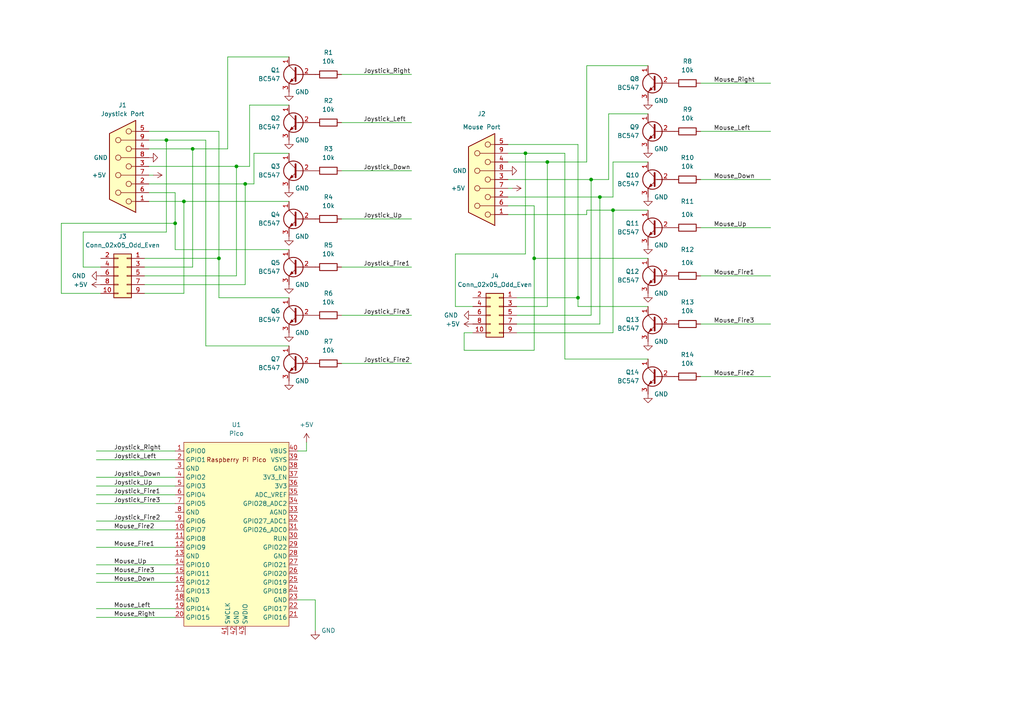
<source format=kicad_sch>
(kicad_sch (version 20230121) (generator eeschema)
  (paper "A4")
  (lib_symbols
    (symbol "Connector:DE9_Receptacle" (pin_names (offset 1.016) hide)
      (property "Reference" "J" (at 0 13.97 0))
      (property "Value" "DE9_Receptacle" (at 0 -14.605 0))
      (symbol "DE9_Receptacle_0_1"
        (circle (center -1.778 -10.16) (radius 0.762))
        (circle (center -1.778 -5.08) (radius 0.762))
        (circle (center -1.778 0) (radius 0.762))
        (circle (center -1.778 5.08) (radius 0.762))
        (circle (center -1.778 10.16) (radius 0.762))
        (polyline (pts (xy -3.81 -10.16) (xy -2.54 -10.16)))
        (polyline (pts (xy -3.81 -7.62) (xy 0.508 -7.62)))
        (polyline (pts (xy -3.81 -5.08) (xy -2.54 -5.08)))
        (polyline (pts (xy -3.81 -2.54) (xy 0.508 -2.54)))
        (polyline (pts (xy -3.81 0) (xy -2.54 0)))
        (polyline (pts (xy -3.81 2.54) (xy 0.508 2.54)))
        (polyline (pts (xy -3.81 5.08) (xy -2.54 5.08)))
        (polyline (pts (xy -3.81 7.62) (xy 0.508 7.62)))
        (polyline (pts (xy -3.81 10.16) (xy -2.54 10.16)))
        (polyline (pts (xy -3.81 13.335) (xy -3.81 -13.335) (xy 3.81 -9.525) (xy 3.81 9.525) (xy -3.81 13.335)) (stroke (width 0.254)) (fill (type background)))
        (circle (center 1.27 -7.62) (radius 0.762))
        (circle (center 1.27 -2.54) (radius 0.762))
        (circle (center 1.27 2.54) (radius 0.762))
        (circle (center 1.27 7.62) (radius 0.762))
      )
      (symbol "DE9_Receptacle_1_1"
        (pin passive line (at -7.62 10.16 0) (length 3.81) (name "1") (number "1"))
        (pin passive line (at -7.62 5.08 0) (length 3.81) (name "2") (number "2"))
        (pin passive line (at -7.62 0 0) (length 3.81) (name "3") (number "3"))
        (pin passive line (at -7.62 -5.08 0) (length 3.81) (name "4") (number "4"))
        (pin passive line (at -7.62 -10.16 0) (length 3.81) (name "5") (number "5"))
        (pin passive line (at -7.62 7.62 0) (length 3.81) (name "6") (number "6"))
        (pin passive line (at -7.62 2.54 0) (length 3.81) (name "7") (number "7"))
        (pin passive line (at -7.62 -2.54 0) (length 3.81) (name "8") (number "8"))
        (pin passive line (at -7.62 -7.62 0) (length 3.81) (name "9") (number "9"))
      )
    )
    (symbol "Connector_Generic:Conn_02x05_Odd_Even" (pin_names (offset 1.016) hide)
      (property "Reference" "J" (at 1.27 7.62 0))
      (property "Value" "Conn_02x05_Odd_Even" (at 1.27 -7.62 0))
      (symbol "Conn_02x05_Odd_Even_1_1"
        (rectangle (start -1.27 -4.953) (end 0 -5.207) (stroke (width 0.1524)))
        (rectangle (start -1.27 -2.413) (end 0 -2.667) (stroke (width 0.1524)))
        (rectangle (start -1.27 0.127) (end 0 -0.127) (stroke (width 0.1524)))
        (rectangle (start -1.27 2.667) (end 0 2.413) (stroke (width 0.1524)))
        (rectangle (start -1.27 5.207) (end 0 4.953) (stroke (width 0.1524)))
        (rectangle (start -1.27 6.35) (end 3.81 -6.35) (stroke (width 0.254)) (fill (type background)))
        (rectangle (start 3.81 -4.953) (end 2.54 -5.207) (stroke (width 0.1524)))
        (rectangle (start 3.81 -2.413) (end 2.54 -2.667) (stroke (width 0.1524)))
        (rectangle (start 3.81 0.127) (end 2.54 -0.127) (stroke (width 0.1524)))
        (rectangle (start 3.81 2.667) (end 2.54 2.413) (stroke (width 0.1524)))
        (rectangle (start 3.81 5.207) (end 2.54 4.953) (stroke (width 0.1524)))
        (pin passive line (at -5.08 5.08 0) (length 3.81) (name "Pin_1") (number "1"))
        (pin passive line (at 7.62 -5.08 180) (length 3.81) (name "Pin_10") (number "10"))
        (pin passive line (at 7.62 5.08 180) (length 3.81) (name "Pin_2") (number "2"))
        (pin passive line (at -5.08 2.54 0) (length 3.81) (name "Pin_3") (number "3"))
        (pin passive line (at 7.62 2.54 180) (length 3.81) (name "Pin_4") (number "4"))
        (pin passive line (at -5.08 0 0) (length 3.81) (name "Pin_5") (number "5"))
        (pin passive line (at 7.62 0 180) (length 3.81) (name "Pin_6") (number "6"))
        (pin passive line (at -5.08 -2.54 0) (length 3.81) (name "Pin_7") (number "7"))
        (pin passive line (at 7.62 -2.54 180) (length 3.81) (name "Pin_8") (number "8"))
        (pin passive line (at -5.08 -5.08 0) (length 3.81) (name "Pin_9") (number "9"))
      )
    )
    (symbol "Device:R" (pin_numbers hide) (pin_names (offset 0))
      (property "Reference" "R" (at 2.032 0 90))
      (property "Value" "R" (at 0 0 90))
      (symbol "R_0_1"
        (rectangle (start -1.016 -2.54) (end 1.016 2.54) (stroke (width 0.254)))
      )
      (symbol "R_1_1"
        (pin passive line (at 0 3.81 270) (length 1.27) (name "~") (number "1"))
        (pin passive line (at 0 -3.81 90) (length 1.27) (name "~") (number "2"))
      )
    )
    (symbol "MCU_RaspberryPi_and_Boards:Pico"
      (property "Reference" "U" (at -13.97 27.94 0))
      (property "Value" "Pico" (at 0 19.05 0))
      (symbol "Pico_0_0"
        (text "Raspberry Pi Pico" (at 0 21.59 0) (effects (font (size 1.27 1.27))))
      )
      (symbol "Pico_0_1"
        (rectangle (start -15.24 26.67) (end 15.24 -26.67) (fill (type background)))
      )
      (symbol "Pico_1_1"
        (pin bidirectional line (at -17.78 24.13 0) (length 2.54) (name "GPIO0") (number "1"))
        (pin bidirectional line (at -17.78 1.27 0) (length 2.54) (name "GPIO7") (number "10"))
        (pin bidirectional line (at -17.78 -1.27 0) (length 2.54) (name "GPIO8") (number "11"))
        (pin bidirectional line (at -17.78 -3.81 0) (length 2.54) (name "GPIO9") (number "12"))
        (pin power_in line (at -17.78 -6.35 0) (length 2.54) (name "GND") (number "13"))
        (pin bidirectional line (at -17.78 -8.89 0) (length 2.54) (name "GPIO10") (number "14"))
        (pin bidirectional line (at -17.78 -11.43 0) (length 2.54) (name "GPIO11") (number "15"))
        (pin bidirectional line (at -17.78 -13.97 0) (length 2.54) (name "GPIO12") (number "16"))
        (pin bidirectional line (at -17.78 -16.51 0) (length 2.54) (name "GPIO13") (number "17"))
        (pin power_in line (at -17.78 -19.05 0) (length 2.54) (name "GND") (number "18"))
        (pin bidirectional line (at -17.78 -21.59 0) (length 2.54) (name "GPIO14") (number "19"))
        (pin bidirectional line (at -17.78 21.59 0) (length 2.54) (name "GPIO1") (number "2"))
        (pin bidirectional line (at -17.78 -24.13 0) (length 2.54) (name "GPIO15") (number "20"))
        (pin bidirectional line (at 17.78 -24.13 180) (length 2.54) (name "GPIO16") (number "21"))
        (pin bidirectional line (at 17.78 -21.59 180) (length 2.54) (name "GPIO17") (number "22"))
        (pin power_in line (at 17.78 -19.05 180) (length 2.54) (name "GND") (number "23"))
        (pin bidirectional line (at 17.78 -16.51 180) (length 2.54) (name "GPIO18") (number "24"))
        (pin bidirectional line (at 17.78 -13.97 180) (length 2.54) (name "GPIO19") (number "25"))
        (pin bidirectional line (at 17.78 -11.43 180) (length 2.54) (name "GPIO20") (number "26"))
        (pin bidirectional line (at 17.78 -8.89 180) (length 2.54) (name "GPIO21") (number "27"))
        (pin power_in line (at 17.78 -6.35 180) (length 2.54) (name "GND") (number "28"))
        (pin bidirectional line (at 17.78 -3.81 180) (length 2.54) (name "GPIO22") (number "29"))
        (pin power_in line (at -17.78 19.05 0) (length 2.54) (name "GND") (number "3"))
        (pin input line (at 17.78 -1.27 180) (length 2.54) (name "RUN") (number "30"))
        (pin bidirectional line (at 17.78 1.27 180) (length 2.54) (name "GPIO26_ADC0") (number "31"))
        (pin bidirectional line (at 17.78 3.81 180) (length 2.54) (name "GPIO27_ADC1") (number "32"))
        (pin power_in line (at 17.78 6.35 180) (length 2.54) (name "AGND") (number "33"))
        (pin bidirectional line (at 17.78 8.89 180) (length 2.54) (name "GPIO28_ADC2") (number "34"))
        (pin power_in line (at 17.78 11.43 180) (length 2.54) (name "ADC_VREF") (number "35"))
        (pin power_in line (at 17.78 13.97 180) (length 2.54) (name "3V3") (number "36"))
        (pin input line (at 17.78 16.51 180) (length 2.54) (name "3V3_EN") (number "37"))
        (pin bidirectional line (at 17.78 19.05 180) (length 2.54) (name "GND") (number "38"))
        (pin power_in line (at 17.78 21.59 180) (length 2.54) (name "VSYS") (number "39"))
        (pin bidirectional line (at -17.78 16.51 0) (length 2.54) (name "GPIO2") (number "4"))
        (pin power_in line (at 17.78 24.13 180) (length 2.54) (name "VBUS") (number "40"))
        (pin input line (at -2.54 -29.21 90) (length 2.54) (name "SWCLK") (number "41"))
        (pin power_in line (at 0 -29.21 90) (length 2.54) (name "GND") (number "42"))
        (pin bidirectional line (at 2.54 -29.21 90) (length 2.54) (name "SWDIO") (number "43"))
        (pin bidirectional line (at -17.78 13.97 0) (length 2.54) (name "GPIO3") (number "5"))
        (pin bidirectional line (at -17.78 11.43 0) (length 2.54) (name "GPIO4") (number "6"))
        (pin bidirectional line (at -17.78 8.89 0) (length 2.54) (name "GPIO5") (number "7"))
        (pin power_in line (at -17.78 6.35 0) (length 2.54) (name "GND") (number "8"))
        (pin bidirectional line (at -17.78 3.81 0) (length 2.54) (name "GPIO6") (number "9"))
      )
    )
    (symbol "Transistor_BJT:BC547" (pin_names (offset 0) hide)
      (property "Reference" "Q" (at 5.08 1.905 0))
      (property "Value" "BC547" (at 5.08 0 0))
      (symbol "BC547_0_1"
        (polyline (pts (xy 0 0) (xy 0.635 0)))
        (polyline (pts (xy 0.635 0.635) (xy 2.54 2.54)))
        (polyline (pts (xy 0.635 -0.635) (xy 2.54 -2.54) (xy 2.54 -2.54)))
        (polyline (pts (xy 0.635 1.905) (xy 0.635 -1.905) (xy 0.635 -1.905)) (stroke (width 0.508)))
        (polyline (pts (xy 1.27 -1.778) (xy 1.778 -1.27) (xy 2.286 -2.286) (xy 1.27 -1.778) (xy 1.27 -1.778)) (fill (type outline)))
        (circle (center 1.27 0) (radius 2.8194) (stroke (width 0.254)))
      )
      (symbol "BC547_1_1"
        (pin passive line (at 2.54 5.08 270) (length 2.54) (name "C") (number "1"))
        (pin input line (at -5.08 0 0) (length 5.08) (name "B") (number "2"))
        (pin passive line (at 2.54 -5.08 90) (length 2.54) (name "E") (number "3"))
      )
    )
    (symbol "power:+5V" (power) (pin_names (offset 0))
      (property "Value" "+5V" (at 0 3.556 0))
      (symbol "+5V_0_1"
        (polyline (pts (xy -0.762 1.27) (xy 0 2.54)))
        (polyline (pts (xy 0 0) (xy 0 2.54)))
        (polyline (pts (xy 0 2.54) (xy 0.762 1.27)))
      )
      (symbol "+5V_1_1"
        (pin power_in line (at 0 0 90) (length 0) hide (name "+5V") (number "1"))
      )
    )
    (symbol "power:GND" (power) (pin_names (offset 0))
      (property "Value" "GND" (at 0 -3.81 0))
      (symbol "GND_0_1"
        (polyline (pts (xy 0 0) (xy 0 -1.27) (xy 1.27 -1.27) (xy 0 -2.54) (xy -1.27 -1.27) (xy 0 -1.27)))
      )
      (symbol "GND_1_1"
        (pin power_in line (at 0 0 270) (length 0) hide (name "GND") (number "1"))
      )
    )
  )
  (junction (at 48.26 40.64))
  (junction (at 152.4 44.45))
  (junction (at 63.5 74.93))
  (junction (at 171.45 52.07))
  (junction (at 158.75 46.99))
  (junction (at 55.88 43.18))
  (junction (at 177.8 60.96))
  (junction (at 71.12 53.34))
  (junction (at 154.94 74.93))
  (junction (at 68.58 48.26))
  (junction (at 53.34 58.42))
  (junction (at 173.99 57.15))
  (junction (at 50.8 64.77))
  (junction (at 167.64 86.36))
  (wire (pts (xy 27.94 166.37) (xy 50.8 166.37)))
  (wire (pts (xy 29.21 77.47) (xy 24.13 77.47)))
  (wire (pts (xy 41.91 74.93) (xy 63.5 74.93)))
  (wire (pts (xy 158.75 46.99) (xy 170.18 46.99)))
  (wire (pts (xy 173.99 93.98) (xy 173.99 57.15)))
  (wire (pts (xy 154.94 74.93) (xy 154.94 59.69)))
  (wire (pts (xy 71.12 53.34) (xy 73.66 53.34)))
  (wire (pts (xy 86.36 173.99) (xy 91.44 173.99)))
  (wire (pts (xy 43.18 58.42) (xy 53.34 58.42)))
  (wire (pts (xy 149.86 88.9) (xy 158.75 88.9)))
  (wire (pts (xy 187.96 74.93) (xy 154.94 74.93)))
  (wire (pts (xy 27.94 143.51) (xy 50.8 143.51)))
  (wire (pts (xy 91.44 182.88) (xy 91.44 173.99)))
  (wire (pts (xy 134.62 101.6) (xy 154.94 101.6)))
  (wire (pts (xy 203.2 66.04) (xy 223.52 66.04)))
  (wire (pts (xy 68.58 48.26) (xy 68.58 80.01)))
  (wire (pts (xy 158.75 88.9) (xy 158.75 46.99)))
  (wire (pts (xy 66.04 43.18) (xy 66.04 16.51)))
  (wire (pts (xy 176.53 33.02) (xy 187.96 33.02)))
  (wire (pts (xy 72.39 30.48) (xy 83.82 30.48)))
  (wire (pts (xy 59.69 40.64) (xy 48.26 40.64)))
  (wire (pts (xy 59.69 100.33) (xy 59.69 40.64)))
  (wire (pts (xy 177.8 46.99) (xy 187.96 46.99)))
  (wire (pts (xy 27.94 140.97) (xy 50.8 140.97)))
  (wire (pts (xy 41.91 82.55) (xy 71.12 82.55)))
  (wire (pts (xy 173.99 57.15) (xy 177.8 57.15)))
  (wire (pts (xy 73.66 53.34) (xy 73.66 44.45)))
  (wire (pts (xy 147.32 54.61) (xy 148.59 54.61)))
  (wire (pts (xy 50.8 55.88) (xy 43.18 55.88)))
  (wire (pts (xy 24.13 77.47) (xy 24.13 67.31)))
  (wire (pts (xy 154.94 101.6) (xy 154.94 74.93)))
  (wire (pts (xy 41.91 80.01) (xy 68.58 80.01)))
  (wire (pts (xy 73.66 44.45) (xy 83.82 44.45)))
  (wire (pts (xy 41.91 85.09) (xy 53.34 85.09)))
  (wire (pts (xy 59.69 100.33) (xy 83.82 100.33)))
  (wire (pts (xy 63.5 86.36) (xy 63.5 74.93)))
  (wire (pts (xy 41.91 77.47) (xy 55.88 77.47)))
  (wire (pts (xy 170.18 60.96) (xy 177.8 60.96)))
  (wire (pts (xy 149.86 86.36) (xy 167.64 86.36)))
  (wire (pts (xy 177.8 96.52) (xy 177.8 60.96)))
  (wire (pts (xy 63.5 74.93) (xy 63.5 38.1)))
  (wire (pts (xy 171.45 52.07) (xy 176.53 52.07)))
  (wire (pts (xy 29.21 85.09) (xy 17.78 85.09)))
  (wire (pts (xy 99.06 63.5) (xy 119.38 63.5)))
  (wire (pts (xy 27.94 168.91) (xy 50.8 168.91)))
  (wire (pts (xy 149.86 91.44) (xy 171.45 91.44)))
  (wire (pts (xy 27.94 138.43) (xy 50.8 138.43)))
  (wire (pts (xy 134.62 96.52) (xy 134.62 101.6)))
  (wire (pts (xy 55.88 43.18) (xy 66.04 43.18)))
  (wire (pts (xy 152.4 44.45) (xy 147.32 44.45)))
  (wire (pts (xy 176.53 52.07) (xy 176.53 33.02)))
  (wire (pts (xy 50.8 72.39) (xy 50.8 64.77)))
  (wire (pts (xy 163.83 44.45) (xy 152.4 44.45)))
  (wire (pts (xy 152.4 73.66) (xy 152.4 44.45)))
  (wire (pts (xy 55.88 77.47) (xy 55.88 43.18)))
  (wire (pts (xy 167.64 88.9) (xy 167.64 86.36)))
  (wire (pts (xy 167.64 86.36) (xy 167.64 41.91)))
  (wire (pts (xy 99.06 77.47) (xy 119.38 77.47)))
  (wire (pts (xy 99.06 49.53) (xy 119.38 49.53)))
  (wire (pts (xy 63.5 38.1) (xy 43.18 38.1)))
  (wire (pts (xy 43.18 53.34) (xy 71.12 53.34)))
  (wire (pts (xy 137.16 96.52) (xy 134.62 96.52)))
  (wire (pts (xy 27.94 176.53) (xy 50.8 176.53)))
  (wire (pts (xy 27.94 130.81) (xy 50.8 130.81)))
  (wire (pts (xy 149.86 93.98) (xy 173.99 93.98)))
  (wire (pts (xy 187.96 88.9) (xy 167.64 88.9)))
  (wire (pts (xy 147.32 57.15) (xy 173.99 57.15)))
  (wire (pts (xy 203.2 38.1) (xy 223.52 38.1)))
  (wire (pts (xy 48.26 40.64) (xy 48.26 67.31)))
  (wire (pts (xy 163.83 104.14) (xy 187.96 104.14)))
  (wire (pts (xy 177.8 60.96) (xy 187.96 60.96)))
  (wire (pts (xy 83.82 72.39) (xy 50.8 72.39)))
  (wire (pts (xy 17.78 64.77) (xy 50.8 64.77)))
  (wire (pts (xy 43.18 50.8) (xy 44.45 50.8)))
  (wire (pts (xy 137.16 88.9) (xy 132.08 88.9)))
  (wire (pts (xy 99.06 35.56) (xy 119.38 35.56)))
  (wire (pts (xy 170.18 19.05) (xy 187.96 19.05)))
  (wire (pts (xy 154.94 59.69) (xy 147.32 59.69)))
  (wire (pts (xy 27.94 151.13) (xy 50.8 151.13)))
  (wire (pts (xy 27.94 133.35) (xy 50.8 133.35)))
  (wire (pts (xy 83.82 86.36) (xy 63.5 86.36)))
  (wire (pts (xy 43.18 48.26) (xy 68.58 48.26)))
  (wire (pts (xy 147.32 46.99) (xy 158.75 46.99)))
  (wire (pts (xy 27.94 179.07) (xy 50.8 179.07)))
  (wire (pts (xy 99.06 21.59) (xy 119.38 21.59)))
  (wire (pts (xy 171.45 91.44) (xy 171.45 52.07)))
  (wire (pts (xy 170.18 46.99) (xy 170.18 19.05)))
  (wire (pts (xy 203.2 109.22) (xy 223.52 109.22)))
  (wire (pts (xy 88.9 130.81) (xy 88.9 128.27)))
  (wire (pts (xy 27.94 158.75) (xy 50.8 158.75)))
  (wire (pts (xy 24.13 67.31) (xy 48.26 67.31)))
  (wire (pts (xy 99.06 91.44) (xy 119.38 91.44)))
  (wire (pts (xy 27.94 146.05) (xy 50.8 146.05)))
  (wire (pts (xy 53.34 85.09) (xy 53.34 58.42)))
  (wire (pts (xy 72.39 48.26) (xy 72.39 30.48)))
  (wire (pts (xy 27.94 153.67) (xy 50.8 153.67)))
  (wire (pts (xy 132.08 73.66) (xy 152.4 73.66)))
  (wire (pts (xy 99.06 105.41) (xy 119.38 105.41)))
  (wire (pts (xy 27.94 163.83) (xy 50.8 163.83)))
  (wire (pts (xy 68.58 48.26) (xy 72.39 48.26)))
  (wire (pts (xy 53.34 58.42) (xy 83.82 58.42)))
  (wire (pts (xy 203.2 80.01) (xy 223.52 80.01)))
  (wire (pts (xy 203.2 52.07) (xy 223.52 52.07)))
  (wire (pts (xy 177.8 57.15) (xy 177.8 46.99)))
  (wire (pts (xy 170.18 60.96) (xy 170.18 62.23)))
  (wire (pts (xy 149.86 96.52) (xy 177.8 96.52)))
  (wire (pts (xy 86.36 130.81) (xy 88.9 130.81)))
  (wire (pts (xy 147.32 52.07) (xy 171.45 52.07)))
  (wire (pts (xy 163.83 104.14) (xy 163.83 44.45)))
  (wire (pts (xy 48.26 40.64) (xy 43.18 40.64)))
  (wire (pts (xy 203.2 24.13) (xy 223.52 24.13)))
  (wire (pts (xy 167.64 41.91) (xy 147.32 41.91)))
  (wire (pts (xy 132.08 88.9) (xy 132.08 73.66)))
  (wire (pts (xy 66.04 16.51) (xy 83.82 16.51)))
  (wire (pts (xy 170.18 62.23) (xy 147.32 62.23)))
  (wire (pts (xy 43.18 43.18) (xy 55.88 43.18)))
  (wire (pts (xy 50.8 64.77) (xy 50.8 55.88)))
  (wire (pts (xy 17.78 85.09) (xy 17.78 64.77)))
  (wire (pts (xy 203.2 93.98) (xy 223.52 93.98)))
  (wire (pts (xy 71.12 82.55) (xy 71.12 53.34)))
  (label "Joystick_Left" (at 33.02 133.35 0))
  (label "Joystick_Up" (at 33.02 140.97 0))
  (label "Mouse_Fire2" (at 33.02 153.67 0))
  (label "Mouse_Left" (at 207.01 38.1 0))
  (label "Joystick_Fire2" (at 105.41 105.41 0))
  (label "Mouse_Right" (at 207.01 24.13 0))
  (label "Joystick_Down" (at 33.02 138.43 0))
  (label "Joystick_Left" (at 105.41 35.56 0))
  (label "Joystick_Fire3" (at 105.41 91.44 0))
  (label "Joystick_Down" (at 105.41 49.53 0))
  (label "Mouse_Up" (at 207.01 66.04 0))
  (label "Mouse_Fire3" (at 207.01 93.98 0))
  (label "Mouse_Down" (at 33.02 168.91 0))
  (label "Mouse_Left" (at 33.02 176.53 0))
  (label "Mouse_Up" (at 33.02 163.83 0))
  (label "Mouse_Right" (at 33.02 179.07 0))
  (label "Joystick_Right" (at 33.02 130.81 0))
  (label "Mouse_Fire1" (at 207.01 80.01 0))
  (label "Joystick_Fire2" (at 33.02 151.13 0))
  (label "Joystick_Fire1" (at 105.41 77.47 0))
  (label "Joystick_Fire3" (at 33.02 146.05 0))
  (label "Joystick_Right" (at 105.41 21.59 0))
  (label "Mouse_Fire2" (at 207.01 109.22 0))
  (label "Joystick_Fire1" (at 33.02 143.51 0))
  (label "Mouse_Down" (at 207.01 52.07 0))
  (label "Joystick_Up" (at 105.41 63.5 0))
  (label "Mouse_Fire3" (at 33.02 166.37 0))
  (label "Mouse_Fire1" (at 33.02 158.75 0))
  (symbol (lib_id "power:GND") (at 187.96 85.09 0) (unit 1)
    (property "Reference" "#PWR018" (effects hide))
    (property "Value" "GND" (at 191.77 85.09 0))
  )
  (symbol (lib_id "power:GND") (at 83.82 54.61 0) (unit 1)
    (property "Reference" "#PWR03" (effects hide))
    (property "Value" "GND" (at 87.63 54.61 0))
  )
  (symbol (lib_id "Transistor_BJT:BC547") (at 190.5 109.22 0) (mirror y) (unit 1)
    (property "Reference" "Q14" (at 185.42 107.95 0) (effects (justify left)))
    (property "Value" "BC547" (at 185.42 110.49 0) (effects (justify left)))
    (property "Footprint" "Package_TO_SOT_THT:TO-92_Inline_Wide" (effects hide))
    (property "Datasheet" "https://www.onsemi.com/pub/Collateral/BC550-D.pdf" (effects hide))
  )
  (symbol (lib_id "power:+5V") (at 148.59 54.61 270) (unit 1)
    (property "Reference" "#PWR013" (effects hide))
    (property "Value" "+5V" (at 130.81 54.61 90) (effects (justify left)))
  )
  (symbol (lib_id "Device:R") (at 95.25 63.5 90) (unit 1)
    (property "Reference" "R4" (at 95.25 57.15 90))
    (property "Value" "10k" (at 95.25 59.69 90))
    (property "Footprint" "Resistor_THT:R_Axial_DIN0204_L3.6mm_D1.6mm_P7.62mm_Horizontal" (effects hide))
  )
  (symbol (lib_id "power:GND") (at 137.16 91.44 270) (unit 1)
    (property "Reference" "#PWR023" (effects hide))
    (property "Value" "GND" (at 130.81 91.44 90))
  )
  (symbol (lib_id "Device:R") (at 199.39 80.01 90) (unit 1)
    (property "Reference" "R12" (at 199.39 72.39 90))
    (property "Value" "10k" (at 199.39 76.2 90))
    (property "Footprint" "Resistor_THT:R_Axial_DIN0204_L3.6mm_D1.6mm_P7.62mm_Horizontal" (effects hide))
  )
  (symbol (lib_id "power:GND") (at 83.82 96.52 0) (unit 1)
    (property "Reference" "#PWR06" (effects hide))
    (property "Value" "GND" (at 87.63 96.52 0))
  )
  (symbol (lib_id "Device:R") (at 199.39 66.04 90) (unit 1)
    (property "Reference" "R11" (at 199.39 58.42 90))
    (property "Value" "10k" (at 199.39 62.23 90))
    (property "Footprint" "Resistor_THT:R_Axial_DIN0204_L3.6mm_D1.6mm_P7.62mm_Horizontal" (effects hide))
  )
  (symbol (lib_id "Device:R") (at 199.39 38.1 90) (unit 1)
    (property "Reference" "R9" (at 199.39 31.75 90))
    (property "Value" "10k" (at 199.39 34.29 90))
    (property "Footprint" "Resistor_THT:R_Axial_DIN0204_L3.6mm_D1.6mm_P7.62mm_Horizontal" (effects hide))
  )
  (symbol (lib_id "power:GND") (at 83.82 40.64 0) (unit 1)
    (property "Reference" "#PWR02" (effects hide))
    (property "Value" "GND" (at 87.63 40.64 0))
  )
  (symbol (lib_id "Transistor_BJT:BC547") (at 190.5 24.13 0) (mirror y) (unit 1)
    (property "Reference" "Q8" (at 185.42 22.86 0) (effects (justify left)))
    (property "Value" "BC547" (at 185.42 25.4 0) (effects (justify left)))
    (property "Footprint" "Package_TO_SOT_THT:TO-92_Inline_Wide" (effects hide))
    (property "Datasheet" "https://www.onsemi.com/pub/Collateral/BC550-D.pdf" (effects hide))
  )
  (symbol (lib_id "Device:R") (at 199.39 24.13 90) (unit 1)
    (property "Reference" "R8" (at 199.39 17.78 90))
    (property "Value" "10k" (at 199.39 20.32 90))
    (property "Footprint" "Resistor_THT:R_Axial_DIN0204_L3.6mm_D1.6mm_P7.62mm_Horizontal" (effects hide))
  )
  (symbol (lib_id "power:GND") (at 91.44 182.88 0) (unit 1)
    (property "Reference" "#PWR011" (effects hide))
    (property "Value" "GND" (at 95.25 182.88 0))
  )
  (symbol (lib_id "power:GND") (at 83.82 68.58 0) (unit 1)
    (property "Reference" "#PWR04" (effects hide))
    (property "Value" "GND" (at 87.63 68.58 0))
  )
  (symbol (lib_id "power:GND") (at 187.96 43.18 0) (unit 1)
    (property "Reference" "#PWR015" (effects hide))
    (property "Value" "GND" (at 191.77 43.18 0))
  )
  (symbol (lib_id "power:GND") (at 83.82 26.67 0) (unit 1)
    (property "Reference" "#PWR01" (effects hide))
    (property "Value" "GND" (at 87.63 26.67 0))
  )
  (symbol (lib_id "Connector:DE9_Receptacle") (at 35.56 48.26 180) (unit 1)
    (property "Reference" "J1" (at 35.56 30.48 0))
    (property "Value" "Joystick Port" (at 35.56 33.02 0))
    (property "Footprint" "Connector_Dsub:DSUB-9_Female_Horizontal_P2.77x2.84mm_EdgePinOffset4.94mm_Housed_MountingHolesOffset7.48mm" (effects hide))
    (property "Datasheet" " ~" (effects hide))
  )
  (symbol (lib_id "power:GND") (at 29.21 80.01 270) (unit 1)
    (property "Reference" "#PWR021" (effects hide))
    (property "Value" "GND" (at 22.86 80.01 90))
  )
  (symbol (lib_id "Device:R") (at 95.25 91.44 90) (unit 1)
    (property "Reference" "R6" (at 95.25 85.09 90))
    (property "Value" "10k" (at 95.25 87.63 90))
    (property "Footprint" "Resistor_THT:R_Axial_DIN0204_L3.6mm_D1.6mm_P7.62mm_Horizontal" (effects hide))
  )
  (symbol (lib_id "Transistor_BJT:BC547") (at 190.5 38.1 0) (mirror y) (unit 1)
    (property "Reference" "Q9" (at 185.42 36.83 0) (effects (justify left)))
    (property "Value" "BC547" (at 185.42 39.37 0) (effects (justify left)))
    (property "Footprint" "Package_TO_SOT_THT:TO-92_Inline_Wide" (effects hide))
    (property "Datasheet" "https://www.onsemi.com/pub/Collateral/BC550-D.pdf" (effects hide))
  )
  (symbol (lib_id "power:GND") (at 187.96 57.15 0) (unit 1)
    (property "Reference" "#PWR016" (effects hide))
    (property "Value" "GND" (at 191.77 57.15 0))
  )
  (symbol (lib_id "power:GND") (at 187.96 71.12 0) (unit 1)
    (property "Reference" "#PWR017" (effects hide))
    (property "Value" "GND" (at 191.77 71.12 0))
  )
  (symbol (lib_id "Transistor_BJT:BC547") (at 190.5 66.04 0) (mirror y) (unit 1)
    (property "Reference" "Q11" (at 185.42 64.77 0) (effects (justify left)))
    (property "Value" "BC547" (at 185.42 67.31 0) (effects (justify left)))
    (property "Footprint" "Package_TO_SOT_THT:TO-92_Inline_Wide" (effects hide))
    (property "Datasheet" "https://www.onsemi.com/pub/Collateral/BC550-D.pdf" (effects hide))
  )
  (symbol (lib_id "Device:R") (at 199.39 109.22 90) (unit 1)
    (property "Reference" "R14" (at 199.39 102.87 90))
    (property "Value" "10k" (at 199.39 105.41 90))
    (property "Footprint" "Resistor_THT:R_Axial_DIN0204_L3.6mm_D1.6mm_P7.62mm_Horizontal" (effects hide))
  )
  (symbol (lib_id "Device:R") (at 95.25 49.53 90) (unit 1)
    (property "Reference" "R3" (at 95.25 43.18 90))
    (property "Value" "10k" (at 95.25 45.72 90))
    (property "Footprint" "Resistor_THT:R_Axial_DIN0204_L3.6mm_D1.6mm_P7.62mm_Horizontal" (effects hide))
  )
  (symbol (lib_id "power:GND") (at 83.82 110.49 0) (unit 1)
    (property "Reference" "#PWR08" (effects hide))
    (property "Value" "GND" (at 87.63 110.49 0))
  )
  (symbol (lib_id "Connector_Generic:Conn_02x05_Odd_Even") (at 144.78 91.44 0) (mirror y) (unit 1)
    (property "Reference" "J4" (at 143.51 80.01 0))
    (property "Value" "Conn_02x05_Odd_Even" (at 143.51 82.55 0))
    (property "Footprint" "Connector_PinSocket_2.54mm:PinSocket_2x05_P2.54mm_Vertical" (effects hide))
  )
  (symbol (lib_id "Transistor_BJT:BC547") (at 86.36 91.44 0) (mirror y) (unit 1)
    (property "Reference" "Q6" (at 81.28 90.17 0) (effects (justify left)))
    (property "Value" "BC547" (at 81.28 92.71 0) (effects (justify left)))
    (property "Footprint" "Package_TO_SOT_THT:TO-92_Inline_Wide" (effects hide))
    (property "Datasheet" "https://www.onsemi.com/pub/Collateral/BC550-D.pdf" (effects hide))
  )
  (symbol (lib_id "power:+5V") (at 29.21 82.55 90) (unit 1)
    (property "Reference" "#PWR022" (effects hide))
    (property "Value" "+5V" (at 25.4 82.55 90) (effects (justify left)))
  )
  (symbol (lib_id "power:GND") (at 187.96 29.21 0) (unit 1)
    (property "Reference" "#PWR014" (effects hide))
    (property "Value" "GND" (at 191.77 29.21 0))
  )
  (symbol (lib_id "power:+5V") (at 137.16 93.98 90) (unit 1)
    (property "Reference" "#PWR024" (effects hide))
    (property "Value" "+5V" (at 133.35 93.98 90) (effects (justify left)))
  )
  (symbol (lib_id "Transistor_BJT:BC547") (at 190.5 52.07 0) (mirror y) (unit 1)
    (property "Reference" "Q10" (at 185.42 50.8 0) (effects (justify left)))
    (property "Value" "BC547" (at 185.42 53.34 0) (effects (justify left)))
    (property "Footprint" "Package_TO_SOT_THT:TO-92_Inline_Wide" (effects hide))
    (property "Datasheet" "https://www.onsemi.com/pub/Collateral/BC550-D.pdf" (effects hide))
  )
  (symbol (lib_id "power:GND") (at 43.18 45.72 90) (unit 1)
    (property "Reference" "#PWR012" (effects hide))
    (property "Value" "GND" (at 29.21 45.72 90))
  )
  (symbol (lib_id "Device:R") (at 199.39 93.98 90) (unit 1)
    (property "Reference" "R13" (at 199.39 87.63 90))
    (property "Value" "10k" (at 199.39 90.17 90))
    (property "Footprint" "Resistor_THT:R_Axial_DIN0204_L3.6mm_D1.6mm_P7.62mm_Horizontal" (effects hide))
  )
  (symbol (lib_id "Device:R") (at 199.39 52.07 90) (unit 1)
    (property "Reference" "R10" (at 199.39 45.72 90))
    (property "Value" "10k" (at 199.39 48.26 90))
    (property "Footprint" "Resistor_THT:R_Axial_DIN0204_L3.6mm_D1.6mm_P7.62mm_Horizontal" (effects hide))
  )
  (symbol (lib_id "power:+5V") (at 44.45 50.8 270) (unit 1)
    (property "Reference" "#PWR010" (effects hide))
    (property "Value" "+5V" (at 26.67 50.8 90) (effects (justify left)))
  )
  (symbol (lib_id "power:GND") (at 83.82 82.55 0) (unit 1)
    (property "Reference" "#PWR05" (effects hide))
    (property "Value" "GND" (at 87.63 82.55 0))
  )
  (symbol (lib_id "Connector:DE9_Receptacle") (at 139.7 52.07 180) (unit 1)
    (property "Reference" "J2" (at 139.7 33.02 0))
    (property "Value" "Mouse Port" (at 139.7 36.83 0))
    (property "Footprint" "Connector_Dsub:DSUB-9_Female_Horizontal_P2.77x2.84mm_EdgePinOffset4.94mm_Housed_MountingHolesOffset7.48mm" (effects hide))
    (property "Datasheet" " ~" (effects hide))
  )
  (symbol (lib_id "Transistor_BJT:BC547") (at 86.36 49.53 0) (mirror y) (unit 1)
    (property "Reference" "Q3" (at 81.28 48.26 0) (effects (justify left)))
    (property "Value" "BC547" (at 81.28 50.8 0) (effects (justify left)))
    (property "Footprint" "Package_TO_SOT_THT:TO-92_Inline_Wide" (effects hide))
    (property "Datasheet" "https://www.onsemi.com/pub/Collateral/BC550-D.pdf" (effects hide))
  )
  (symbol (lib_id "MCU_RaspberryPi_and_Boards:Pico") (at 68.58 154.94 0) (unit 1)
    (property "Reference" "U1" (at 68.58 123.19 0))
    (property "Value" "Pico" (at 68.58 125.73 0))
    (property "Footprint" "MCU_RaspberryPi_and_Boards:RPi_Pico_SMD_TH" (effects hide))
  )
  (symbol (lib_id "Device:R") (at 95.25 21.59 90) (unit 1)
    (property "Reference" "R1" (at 95.25 15.24 90))
    (property "Value" "10k" (at 95.25 17.78 90))
    (property "Footprint" "Resistor_THT:R_Axial_DIN0204_L3.6mm_D1.6mm_P7.62mm_Horizontal" (effects hide))
  )
  (symbol (lib_id "power:GND") (at 187.96 99.06 0) (unit 1)
    (property "Reference" "#PWR019" (effects hide))
    (property "Value" "GND" (at 191.77 99.06 0))
  )
  (symbol (lib_id "Transistor_BJT:BC547") (at 86.36 63.5 0) (mirror y) (unit 1)
    (property "Reference" "Q4" (at 81.28 62.23 0) (effects (justify left)))
    (property "Value" "BC547" (at 81.28 64.77 0) (effects (justify left)))
    (property "Footprint" "Package_TO_SOT_THT:TO-92_Inline_Wide" (effects hide))
    (property "Datasheet" "https://www.onsemi.com/pub/Collateral/BC550-D.pdf" (effects hide))
  )
  (symbol (lib_id "Transistor_BJT:BC547") (at 86.36 35.56 0) (mirror y) (unit 1)
    (property "Reference" "Q2" (at 81.28 34.29 0) (effects (justify left)))
    (property "Value" "BC547" (at 81.28 36.83 0) (effects (justify left)))
    (property "Footprint" "Package_TO_SOT_THT:TO-92_Inline_Wide" (effects hide))
    (property "Datasheet" "https://www.onsemi.com/pub/Collateral/BC550-D.pdf" (effects hide))
  )
  (symbol (lib_id "Transistor_BJT:BC547") (at 190.5 93.98 0) (mirror y) (unit 1)
    (property "Reference" "Q13" (at 185.42 92.71 0) (effects (justify left)))
    (property "Value" "BC547" (at 185.42 95.25 0) (effects (justify left)))
    (property "Footprint" "Package_TO_SOT_THT:TO-92_Inline_Wide" (effects hide))
    (property "Datasheet" "https://www.onsemi.com/pub/Collateral/BC550-D.pdf" (effects hide))
  )
  (symbol (lib_id "Transistor_BJT:BC547") (at 86.36 105.41 0) (mirror y) (unit 1)
    (property "Reference" "Q7" (at 81.28 104.14 0) (effects (justify left)))
    (property "Value" "BC547" (at 81.28 106.68 0) (effects (justify left)))
    (property "Footprint" "Package_TO_SOT_THT:TO-92_Inline_Wide" (effects hide))
    (property "Datasheet" "https://www.onsemi.com/pub/Collateral/BC550-D.pdf" (effects hide))
  )
  (symbol (lib_id "power:GND") (at 147.32 49.53 90) (unit 1)
    (property "Reference" "#PWR07" (effects hide))
    (property "Value" "GND" (at 133.35 49.53 90))
  )
  (symbol (lib_id "Transistor_BJT:BC547") (at 86.36 21.59 0) (mirror y) (unit 1)
    (property "Reference" "Q1" (at 81.28 20.32 0) (effects (justify left)))
    (property "Value" "BC547" (at 81.28 22.86 0) (effects (justify left)))
    (property "Footprint" "Package_TO_SOT_THT:TO-92_Inline_Wide" (effects hide))
    (property "Datasheet" "https://www.onsemi.com/pub/Collateral/BC550-D.pdf" (effects hide))
  )
  (symbol (lib_id "Device:R") (at 95.25 105.41 90) (unit 1)
    (property "Reference" "R7" (at 95.25 99.06 90))
    (property "Value" "10k" (at 95.25 101.6 90))
    (property "Footprint" "Resistor_THT:R_Axial_DIN0204_L3.6mm_D1.6mm_P7.62mm_Horizontal" (effects hide))
  )
  (symbol (lib_id "Device:R") (at 95.25 35.56 90) (unit 1)
    (property "Reference" "R2" (at 95.25 29.21 90))
    (property "Value" "10k" (at 95.25 31.75 90))
    (property "Footprint" "Resistor_THT:R_Axial_DIN0204_L3.6mm_D1.6mm_P7.62mm_Horizontal" (effects hide))
  )
  (symbol (lib_id "power:GND") (at 187.96 114.3 0) (unit 1)
    (property "Reference" "#PWR020" (effects hide))
    (property "Value" "GND" (at 191.77 114.3 0))
  )
  (symbol (lib_id "Transistor_BJT:BC547") (at 86.36 77.47 0) (mirror y) (unit 1)
    (property "Reference" "Q5" (at 81.28 76.2 0) (effects (justify left)))
    (property "Value" "BC547" (at 81.28 78.74 0) (effects (justify left)))
    (property "Footprint" "Package_TO_SOT_THT:TO-92_Inline_Wide" (effects hide))
    (property "Datasheet" "https://www.onsemi.com/pub/Collateral/BC550-D.pdf" (effects hide))
  )
  (symbol (lib_id "Transistor_BJT:BC547") (at 190.5 80.01 0) (mirror y) (unit 1)
    (property "Reference" "Q12" (at 185.42 78.74 0) (effects (justify left)))
    (property "Value" "BC547" (at 185.42 81.28 0) (effects (justify left)))
    (property "Footprint" "Package_TO_SOT_THT:TO-92_Inline_Wide" (effects hide))
    (property "Datasheet" "https://www.onsemi.com/pub/Collateral/BC550-D.pdf" (effects hide))
  )
  (symbol (lib_id "power:+5V") (at 88.9 128.27 0) (unit 1)
    (property "Reference" "#PWR09" (effects hide))
    (property "Value" "+5V" (at 88.9 123.19 0))
  )
  (symbol (lib_id "Device:R") (at 95.25 77.47 90) (unit 1)
    (property "Reference" "R5" (at 95.25 71.12 90))
    (property "Value" "10k" (at 95.25 73.66 90))
    (property "Footprint" "Resistor_THT:R_Axial_DIN0204_L3.6mm_D1.6mm_P7.62mm_Horizontal" (effects hide))
  )
  (symbol (lib_id "Connector_Generic:Conn_02x05_Odd_Even") (at 36.83 80.01 0) (mirror y) (unit 1)
    (property "Reference" "J3" (at 35.56 68.58 0))
    (property "Value" "Conn_02x05_Odd_Even" (at 35.56 71.12 0))
    (property "Footprint" "Connector_PinSocket_2.54mm:PinSocket_2x05_P2.54mm_Vertical" (effects hide))
  )
)
</source>
